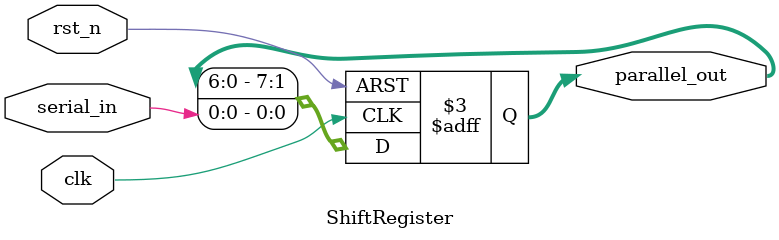
<source format=sv>

module SimpleRegister (
    input logic clk,
    input logic [7:0] d,
    output logic [7:0] q
);
    always_ff @(posedge clk) begin
        q <= d;
    end
endmodule

module SyncResetCounter (
    input logic clk,
    input logic rst,
    input logic enable,
    output logic [7:0] count
);
    always_ff @(posedge clk) begin
        if (rst) begin
            count <= 8'd0;
        end else if (enable) begin
            count <= (count + 1);
        end
    end
endmodule

module AsyncResetCounter (
    input logic clk,
    input logic rst,
    input logic enable,
    output logic [7:0] count
);
    always_ff @(posedge clk or posedge rst) begin
        if (rst) begin
            count <= 8'd0;
        end else if (enable) begin
            count <= (count + 1);
        end
    end
endmodule

module AsyncResetNCounter (
    input logic clk,
    input logic rst_n,
    input logic enable,
    output logic [7:0] count
);
    always_ff @(posedge clk or negedge rst_n) begin
        if ((!rst_n)) begin
            count <= 8'd0;
        end else if (enable) begin
            count <= (count + 1);
        end
    end
endmodule

module ShiftRegister (
    input logic clk,
    input logic rst_n,
    input logic serial_in,
    output logic [7:0] parallel_out
);
    always_ff @(posedge clk or negedge rst_n) begin
        if ((!rst_n)) begin
            parallel_out <= 8'd0;
        end else begin
            parallel_out <= {parallel_out[6:0], serial_in};
        end
    end
endmodule
</source>
